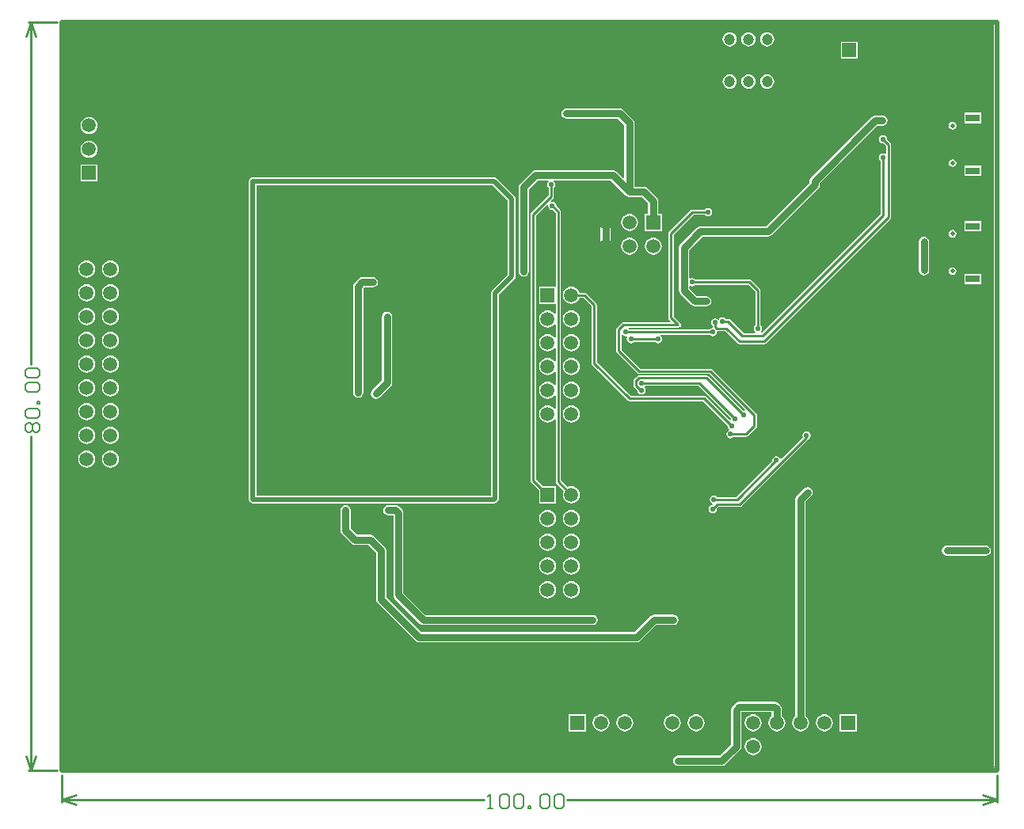
<source format=gbl>
G04*
G04 #@! TF.GenerationSoftware,Altium Limited,Altium Designer,18.1.9 (240)*
G04*
G04 Layer_Physical_Order=2*
G04 Layer_Color=16711680*
%FSLAX24Y24*%
%MOIN*%
G70*
G01*
G75*
%ADD14C,0.0100*%
%ADD17C,0.0200*%
%ADD18C,0.0060*%
%ADD20C,0.0050*%
%ADD40C,0.0591*%
%ADD81C,0.0300*%
%ADD82R,0.0591X0.0591*%
%ADD83R,0.0591X0.0591*%
%ADD84R,0.0591X0.0315*%
%ADD85C,0.0197*%
%ADD86C,0.0472*%
%ADD87C,0.1378*%
%ADD88C,0.0220*%
G36*
X39250Y150D02*
X39254Y146D01*
X39235Y100D01*
X100D01*
Y11300D01*
Y31400D01*
X39250D01*
Y150D01*
D02*
G37*
%LPC*%
G36*
X29692Y31070D02*
X29615Y31060D01*
X29543Y31030D01*
X29481Y30983D01*
X29433Y30921D01*
X29403Y30849D01*
X29393Y30772D01*
X29403Y30694D01*
X29433Y30622D01*
X29481Y30560D01*
X29543Y30513D01*
X29615Y30483D01*
X29692Y30473D01*
X29769Y30483D01*
X29841Y30513D01*
X29903Y30560D01*
X29951Y30622D01*
X29981Y30694D01*
X29991Y30772D01*
X29981Y30849D01*
X29951Y30921D01*
X29903Y30983D01*
X29841Y31030D01*
X29769Y31060D01*
X29692Y31070D01*
D02*
G37*
G36*
X28905D02*
X28827Y31060D01*
X28755Y31030D01*
X28693Y30983D01*
X28646Y30921D01*
X28616Y30849D01*
X28606Y30772D01*
X28616Y30694D01*
X28646Y30622D01*
X28693Y30560D01*
X28755Y30513D01*
X28827Y30483D01*
X28905Y30473D01*
X28982Y30483D01*
X29054Y30513D01*
X29116Y30560D01*
X29163Y30622D01*
X29193Y30694D01*
X29203Y30772D01*
X29193Y30849D01*
X29163Y30921D01*
X29116Y30983D01*
X29054Y31030D01*
X28982Y31060D01*
X28905Y31070D01*
D02*
G37*
G36*
X28117D02*
X28040Y31060D01*
X27968Y31030D01*
X27906Y30983D01*
X27858Y30921D01*
X27829Y30849D01*
X27818Y30772D01*
X27829Y30694D01*
X27858Y30622D01*
X27906Y30560D01*
X27968Y30513D01*
X28040Y30483D01*
X28117Y30473D01*
X28195Y30483D01*
X28267Y30513D01*
X28329Y30560D01*
X28376Y30622D01*
X28406Y30694D01*
X28416Y30772D01*
X28406Y30849D01*
X28376Y30921D01*
X28329Y30983D01*
X28267Y31030D01*
X28195Y31060D01*
X28117Y31070D01*
D02*
G37*
G36*
X33505Y30674D02*
X32795D01*
Y29964D01*
X33505D01*
Y30674D01*
D02*
G37*
G36*
X29692Y29299D02*
X29615Y29289D01*
X29543Y29259D01*
X29481Y29211D01*
X29433Y29149D01*
X29403Y29077D01*
X29393Y29000D01*
X29403Y28923D01*
X29433Y28851D01*
X29481Y28789D01*
X29543Y28741D01*
X29615Y28711D01*
X29692Y28701D01*
X29769Y28711D01*
X29841Y28741D01*
X29903Y28789D01*
X29951Y28851D01*
X29981Y28923D01*
X29991Y29000D01*
X29981Y29077D01*
X29951Y29149D01*
X29903Y29211D01*
X29841Y29259D01*
X29769Y29289D01*
X29692Y29299D01*
D02*
G37*
G36*
X28905D02*
X28827Y29289D01*
X28755Y29259D01*
X28693Y29211D01*
X28646Y29149D01*
X28616Y29077D01*
X28606Y29000D01*
X28616Y28923D01*
X28646Y28851D01*
X28693Y28789D01*
X28755Y28741D01*
X28827Y28711D01*
X28905Y28701D01*
X28982Y28711D01*
X29054Y28741D01*
X29116Y28789D01*
X29163Y28851D01*
X29193Y28923D01*
X29203Y29000D01*
X29193Y29077D01*
X29163Y29149D01*
X29116Y29211D01*
X29054Y29259D01*
X28982Y29289D01*
X28905Y29299D01*
D02*
G37*
G36*
X28117D02*
X28040Y29289D01*
X27968Y29259D01*
X27906Y29211D01*
X27858Y29149D01*
X27829Y29077D01*
X27818Y29000D01*
X27829Y28923D01*
X27858Y28851D01*
X27906Y28789D01*
X27968Y28741D01*
X28040Y28711D01*
X28117Y28701D01*
X28195Y28711D01*
X28267Y28741D01*
X28329Y28789D01*
X28376Y28851D01*
X28406Y28923D01*
X28416Y29000D01*
X28406Y29077D01*
X28376Y29149D01*
X28329Y29211D01*
X28267Y29259D01*
X28195Y29289D01*
X28117Y29299D01*
D02*
G37*
G36*
X38703Y27680D02*
X37993D01*
Y27245D01*
X38703D01*
Y27680D01*
D02*
G37*
G36*
X37501Y27299D02*
X37440Y27287D01*
X37387Y27252D01*
X37352Y27199D01*
X37340Y27137D01*
X37352Y27076D01*
X37387Y27023D01*
X37440Y26988D01*
X37501Y26976D01*
X37563Y26988D01*
X37616Y27023D01*
X37651Y27076D01*
X37663Y27137D01*
X37651Y27199D01*
X37616Y27252D01*
X37563Y27287D01*
X37501Y27299D01*
D02*
G37*
G36*
X1150Y27508D02*
X1057Y27496D01*
X971Y27460D01*
X897Y27403D01*
X840Y27329D01*
X804Y27243D01*
X792Y27150D01*
X804Y27057D01*
X840Y26971D01*
X897Y26897D01*
X971Y26840D01*
X1057Y26804D01*
X1150Y26792D01*
X1243Y26804D01*
X1329Y26840D01*
X1403Y26897D01*
X1460Y26971D01*
X1496Y27057D01*
X1508Y27150D01*
X1496Y27243D01*
X1460Y27329D01*
X1403Y27403D01*
X1329Y27460D01*
X1243Y27496D01*
X1150Y27508D01*
D02*
G37*
G36*
Y26508D02*
X1057Y26496D01*
X971Y26460D01*
X897Y26403D01*
X840Y26329D01*
X804Y26243D01*
X792Y26150D01*
X804Y26057D01*
X840Y25971D01*
X897Y25897D01*
X971Y25840D01*
X1057Y25804D01*
X1150Y25792D01*
X1243Y25804D01*
X1329Y25840D01*
X1403Y25897D01*
X1460Y25971D01*
X1496Y26057D01*
X1508Y26150D01*
X1496Y26243D01*
X1460Y26329D01*
X1403Y26403D01*
X1329Y26460D01*
X1243Y26496D01*
X1150Y26508D01*
D02*
G37*
G36*
X37501Y25724D02*
X37440Y25712D01*
X37387Y25677D01*
X37352Y25624D01*
X37340Y25563D01*
X37352Y25501D01*
X37387Y25448D01*
X37440Y25413D01*
X37501Y25401D01*
X37563Y25413D01*
X37616Y25448D01*
X37651Y25501D01*
X37663Y25563D01*
X37651Y25624D01*
X37616Y25677D01*
X37563Y25712D01*
X37501Y25724D01*
D02*
G37*
G36*
X38703Y25455D02*
X37993D01*
Y25020D01*
X38703D01*
Y25455D01*
D02*
G37*
G36*
X23500Y27864D02*
X21250D01*
X21168Y27848D01*
X21099Y27801D01*
X21052Y27732D01*
X21036Y27650D01*
X21052Y27568D01*
X21099Y27499D01*
X21168Y27452D01*
X21250Y27436D01*
X23411D01*
X23686Y27161D01*
Y24932D01*
X23640Y24913D01*
X23351Y25201D01*
X23282Y25248D01*
X23200Y25264D01*
X19950D01*
X19868Y25248D01*
X19799Y25201D01*
X19299Y24701D01*
X19252Y24632D01*
X19236Y24550D01*
Y21000D01*
X19252Y20918D01*
X19299Y20849D01*
X19368Y20802D01*
X19450Y20786D01*
X19532Y20802D01*
X19601Y20849D01*
X19648Y20918D01*
X19664Y21000D01*
Y24461D01*
X20039Y24836D01*
X20482D01*
X20497Y24786D01*
X20477Y24773D01*
X20440Y24716D01*
X20427Y24650D01*
X20440Y24584D01*
X20477Y24527D01*
X20488Y24520D01*
Y24196D01*
X19771Y23479D01*
X19746Y23443D01*
X19738Y23400D01*
X19738Y23400D01*
X19738Y12200D01*
X19738Y12200D01*
X19746Y12157D01*
X19771Y12121D01*
X20095Y11797D01*
Y11245D01*
X20805D01*
Y11955D01*
X20253D01*
X19962Y12246D01*
X19962Y23354D01*
X20439Y23830D01*
X20485Y23806D01*
X20477Y23764D01*
X20490Y23698D01*
X20527Y23642D01*
X20584Y23604D01*
X20650Y23591D01*
X20662Y23593D01*
X20788Y23468D01*
Y20355D01*
X20095D01*
Y19645D01*
X20788D01*
Y19225D01*
X20738Y19208D01*
X20703Y19253D01*
X20629Y19310D01*
X20543Y19346D01*
X20450Y19358D01*
X20357Y19346D01*
X20271Y19310D01*
X20197Y19253D01*
X20140Y19179D01*
X20104Y19093D01*
X20092Y19000D01*
X20104Y18907D01*
X20140Y18821D01*
X20197Y18747D01*
X20271Y18690D01*
X20357Y18654D01*
X20450Y18642D01*
X20543Y18654D01*
X20629Y18690D01*
X20703Y18747D01*
X20738Y18792D01*
X20788Y18775D01*
Y18225D01*
X20738Y18208D01*
X20703Y18253D01*
X20629Y18310D01*
X20543Y18346D01*
X20450Y18358D01*
X20357Y18346D01*
X20271Y18310D01*
X20197Y18253D01*
X20140Y18179D01*
X20104Y18093D01*
X20092Y18000D01*
X20104Y17907D01*
X20140Y17821D01*
X20197Y17747D01*
X20271Y17690D01*
X20357Y17654D01*
X20450Y17642D01*
X20543Y17654D01*
X20629Y17690D01*
X20703Y17747D01*
X20738Y17792D01*
X20788Y17775D01*
Y17225D01*
X20738Y17208D01*
X20703Y17253D01*
X20629Y17310D01*
X20543Y17346D01*
X20450Y17358D01*
X20357Y17346D01*
X20271Y17310D01*
X20197Y17253D01*
X20140Y17179D01*
X20104Y17093D01*
X20092Y17000D01*
X20104Y16907D01*
X20140Y16821D01*
X20197Y16747D01*
X20271Y16690D01*
X20357Y16654D01*
X20450Y16642D01*
X20543Y16654D01*
X20629Y16690D01*
X20703Y16747D01*
X20738Y16792D01*
X20788Y16775D01*
Y16225D01*
X20738Y16208D01*
X20703Y16253D01*
X20629Y16310D01*
X20543Y16346D01*
X20450Y16358D01*
X20357Y16346D01*
X20271Y16310D01*
X20197Y16253D01*
X20140Y16179D01*
X20104Y16093D01*
X20092Y16000D01*
X20104Y15907D01*
X20140Y15821D01*
X20197Y15747D01*
X20271Y15690D01*
X20357Y15654D01*
X20450Y15642D01*
X20543Y15654D01*
X20629Y15690D01*
X20703Y15747D01*
X20738Y15792D01*
X20788Y15775D01*
Y15225D01*
X20738Y15208D01*
X20703Y15253D01*
X20629Y15310D01*
X20543Y15346D01*
X20450Y15358D01*
X20357Y15346D01*
X20271Y15310D01*
X20197Y15253D01*
X20140Y15179D01*
X20104Y15093D01*
X20092Y15000D01*
X20104Y14907D01*
X20140Y14821D01*
X20197Y14747D01*
X20271Y14690D01*
X20357Y14654D01*
X20450Y14642D01*
X20543Y14654D01*
X20629Y14690D01*
X20703Y14747D01*
X20738Y14792D01*
X20788Y14775D01*
Y12150D01*
X20788Y12150D01*
X20796Y12107D01*
X20821Y12071D01*
X21132Y11760D01*
X21104Y11693D01*
X21092Y11600D01*
X21104Y11507D01*
X21140Y11421D01*
X21197Y11347D01*
X21271Y11290D01*
X21357Y11254D01*
X21450Y11242D01*
X21543Y11254D01*
X21629Y11290D01*
X21703Y11347D01*
X21760Y11421D01*
X21796Y11507D01*
X21808Y11600D01*
X21796Y11693D01*
X21760Y11779D01*
X21703Y11853D01*
X21629Y11910D01*
X21543Y11946D01*
X21450Y11958D01*
X21357Y11946D01*
X21290Y11918D01*
X21012Y12196D01*
Y23514D01*
X21004Y23557D01*
X20979Y23594D01*
X20979Y23594D01*
X20821Y23752D01*
X20823Y23764D01*
X20810Y23831D01*
X20773Y23887D01*
X20716Y23924D01*
X20650Y23938D01*
X20609Y23929D01*
X20584Y23975D01*
X20679Y24071D01*
X20679Y24071D01*
X20704Y24107D01*
X20712Y24150D01*
Y24520D01*
X20723Y24527D01*
X20760Y24584D01*
X20773Y24650D01*
X20760Y24716D01*
X20723Y24773D01*
X20703Y24786D01*
X20718Y24836D01*
X23111D01*
X23749Y24199D01*
X23818Y24152D01*
X23900Y24136D01*
X24428D01*
X24686Y23878D01*
Y23422D01*
X24545D01*
Y22711D01*
X25255D01*
Y23422D01*
X25114D01*
Y23966D01*
X25098Y24048D01*
X25051Y24118D01*
X24668Y24501D01*
X24598Y24548D01*
X24516Y24564D01*
X24114D01*
Y27250D01*
X24098Y27332D01*
X24051Y27401D01*
X23651Y27801D01*
X23582Y27848D01*
X23500Y27864D01*
D02*
G37*
G36*
X1505Y25505D02*
X795D01*
Y24795D01*
X1505D01*
Y25505D01*
D02*
G37*
G36*
X34550Y27564D02*
X34244D01*
X34162Y27548D01*
X34093Y27501D01*
X31549Y24957D01*
X31502Y24888D01*
X31486Y24806D01*
Y24739D01*
X29647Y22900D01*
X26886D01*
X26804Y22884D01*
X26735Y22837D01*
X26049Y22151D01*
X26002Y22082D01*
X25986Y22000D01*
Y20200D01*
X26002Y20118D01*
X26049Y20049D01*
X26502Y19596D01*
X26571Y19549D01*
X26653Y19533D01*
X27130D01*
X27212Y19549D01*
X27281Y19596D01*
X27328Y19665D01*
X27344Y19747D01*
X27328Y19829D01*
X27281Y19898D01*
X27212Y19945D01*
X27130Y19961D01*
X26742D01*
X26414Y20289D01*
Y20376D01*
X26464Y20403D01*
X26484Y20390D01*
X26550Y20377D01*
X26616Y20390D01*
X26673Y20427D01*
X26680Y20438D01*
X28904D01*
X29188Y20154D01*
Y18730D01*
X29177Y18723D01*
X29140Y18666D01*
X29127Y18600D01*
X29140Y18534D01*
X29177Y18477D01*
X29200Y18462D01*
X29185Y18412D01*
X28696D01*
X28129Y18979D01*
X28093Y19004D01*
X28050Y19012D01*
X28050Y19012D01*
X27930D01*
X27923Y19023D01*
X27866Y19060D01*
X27800Y19073D01*
X27734Y19060D01*
X27677Y19023D01*
X27663Y19001D01*
X27625Y18974D01*
X27599Y18988D01*
X27566Y19010D01*
X27500Y19023D01*
X27434Y19010D01*
X27377Y18973D01*
X27340Y18916D01*
X27327Y18850D01*
X27340Y18784D01*
X27377Y18727D01*
X27388Y18720D01*
Y18661D01*
X27388Y18661D01*
X27389Y18657D01*
X27361Y18616D01*
X27334Y18610D01*
X27277Y18573D01*
X27270Y18562D01*
X23888D01*
X23866Y18588D01*
X23885Y18638D01*
X25950D01*
X25950Y18638D01*
X25993Y18646D01*
X26029Y18671D01*
X26054Y18707D01*
X26062Y18750D01*
X26054Y18793D01*
X26029Y18829D01*
X25762Y19096D01*
Y22554D01*
X26596Y23388D01*
X27070D01*
X27077Y23377D01*
X27134Y23340D01*
X27200Y23327D01*
X27266Y23340D01*
X27323Y23377D01*
X27360Y23434D01*
X27373Y23500D01*
X27360Y23566D01*
X27323Y23623D01*
X27266Y23660D01*
X27200Y23673D01*
X27134Y23660D01*
X27077Y23623D01*
X27070Y23612D01*
X26550D01*
X26507Y23604D01*
X26471Y23579D01*
X26471Y23579D01*
X25571Y22679D01*
X25546Y22643D01*
X25538Y22600D01*
X25538Y22600D01*
Y19050D01*
X25538Y19050D01*
X25546Y19007D01*
X25571Y18971D01*
X25633Y18908D01*
X25614Y18862D01*
X23650D01*
X23650Y18862D01*
X23607Y18854D01*
X23571Y18829D01*
X23571Y18829D01*
X23371Y18629D01*
X23346Y18593D01*
X23338Y18550D01*
X23338Y18550D01*
Y17656D01*
X23338Y17656D01*
X23346Y17613D01*
X23371Y17577D01*
X24227Y16721D01*
X24227Y16721D01*
X24263Y16696D01*
X24306Y16688D01*
X24306Y16688D01*
X27254D01*
X28767Y15174D01*
X28766Y15161D01*
X28712Y15121D01*
X28700Y15123D01*
X28688Y15121D01*
X27209Y16599D01*
X27173Y16624D01*
X27130Y16632D01*
X27130Y16632D01*
X24303D01*
X24260Y16624D01*
X24223Y16599D01*
X24223Y16599D01*
X24156Y16532D01*
X24131Y16527D01*
X24094Y16503D01*
X24070Y16467D01*
X24062Y16424D01*
Y16209D01*
X24062Y16209D01*
X24070Y16166D01*
X24094Y16130D01*
X24227Y15997D01*
X24240Y15934D01*
X24277Y15877D01*
X24334Y15840D01*
X24400Y15827D01*
X24466Y15840D01*
X24523Y15877D01*
X24560Y15934D01*
X24573Y16000D01*
X24560Y16066D01*
X24523Y16122D01*
X24516Y16134D01*
Y16141D01*
X24561Y16188D01*
X26804D01*
X28179Y14812D01*
X28177Y14800D01*
X28179Y14788D01*
X28139Y14734D01*
X28126Y14733D01*
X27129Y15729D01*
X27093Y15754D01*
X27050Y15762D01*
X27050Y15762D01*
X23946D01*
X22522Y17186D01*
Y19590D01*
X22522Y19590D01*
X22514Y19633D01*
X22489Y19669D01*
X22489Y19669D01*
X22079Y20079D01*
X22043Y20104D01*
X22000Y20112D01*
X22000Y20112D01*
X21788D01*
X21760Y20179D01*
X21703Y20253D01*
X21629Y20310D01*
X21543Y20346D01*
X21450Y20358D01*
X21357Y20346D01*
X21271Y20310D01*
X21197Y20253D01*
X21140Y20179D01*
X21104Y20093D01*
X21092Y20000D01*
X21104Y19907D01*
X21140Y19821D01*
X21197Y19747D01*
X21271Y19690D01*
X21357Y19654D01*
X21450Y19642D01*
X21543Y19654D01*
X21629Y19690D01*
X21703Y19747D01*
X21760Y19821D01*
X21788Y19888D01*
X21954D01*
X22298Y19544D01*
Y17140D01*
X22298Y17140D01*
X22306Y17097D01*
X22331Y17061D01*
X23821Y15571D01*
X23821Y15571D01*
X23857Y15546D01*
X23900Y15538D01*
X27004D01*
X28029Y14512D01*
X28027Y14500D01*
X28040Y14434D01*
X28077Y14377D01*
X28098Y14364D01*
X28087Y14311D01*
X28084Y14310D01*
X28027Y14273D01*
X27990Y14216D01*
X27977Y14150D01*
X27990Y14084D01*
X28027Y14027D01*
X28084Y13990D01*
X28150Y13977D01*
X28216Y13990D01*
X28273Y14027D01*
X28280Y14038D01*
X28800D01*
X28800Y14038D01*
X28843Y14046D01*
X28879Y14071D01*
X29229Y14421D01*
X29229Y14421D01*
X29254Y14457D01*
X29262Y14500D01*
X29262Y14500D01*
Y14950D01*
X29262Y14950D01*
X29254Y14993D01*
X29229Y15029D01*
X29229Y15029D01*
X27379Y16879D01*
X27343Y16904D01*
X27300Y16912D01*
X27300Y16912D01*
X24353D01*
X23562Y17703D01*
Y18335D01*
X23612Y18350D01*
X23627Y18327D01*
X23684Y18290D01*
X23750Y18277D01*
X23784Y18284D01*
X23814Y18239D01*
X23800Y18216D01*
X23786Y18150D01*
X23800Y18084D01*
X23837Y18027D01*
X23893Y17990D01*
X23960Y17977D01*
X24026Y17990D01*
X24082Y18027D01*
X24089Y18038D01*
X24970D01*
X24977Y18027D01*
X25034Y17990D01*
X25100Y17977D01*
X25166Y17990D01*
X25223Y18027D01*
X25260Y18084D01*
X25273Y18150D01*
X25260Y18216D01*
X25223Y18273D01*
X25200Y18288D01*
X25215Y18338D01*
X27270D01*
X27277Y18327D01*
X27334Y18290D01*
X27400Y18277D01*
X27466Y18290D01*
X27523Y18327D01*
X27560Y18384D01*
X27573Y18450D01*
X27604Y18488D01*
X27925D01*
X28442Y17971D01*
X28442Y17971D01*
X28478Y17946D01*
X28521Y17938D01*
X29560D01*
X29560Y17938D01*
X29603Y17946D01*
X29639Y17971D01*
X34879Y23211D01*
X34904Y23247D01*
X34912Y23290D01*
X34912Y23290D01*
Y26344D01*
X34912Y26344D01*
X34904Y26387D01*
X34879Y26423D01*
X34879Y26423D01*
X34743Y26560D01*
X34745Y26572D01*
X34732Y26638D01*
X34694Y26694D01*
X34638Y26732D01*
X34572Y26745D01*
X34506Y26732D01*
X34449Y26694D01*
X34412Y26638D01*
X34399Y26572D01*
X34412Y26506D01*
X34449Y26449D01*
X34506Y26412D01*
X34572Y26399D01*
X34584Y26401D01*
X34688Y26297D01*
Y25977D01*
X34644Y25953D01*
X34638Y25957D01*
X34572Y25970D01*
X34506Y25957D01*
X34449Y25919D01*
X34412Y25863D01*
X34399Y25797D01*
X34412Y25731D01*
X34449Y25674D01*
X34460Y25667D01*
Y23418D01*
X29462Y18421D01*
X29434Y18425D01*
X29422Y18477D01*
X29423Y18477D01*
X29460Y18534D01*
X29473Y18600D01*
X29460Y18666D01*
X29423Y18723D01*
X29412Y18730D01*
Y20200D01*
X29412Y20200D01*
X29404Y20243D01*
X29379Y20279D01*
X29379Y20279D01*
X29029Y20629D01*
X28993Y20654D01*
X28950Y20662D01*
X28950Y20662D01*
X26680D01*
X26673Y20673D01*
X26616Y20710D01*
X26550Y20723D01*
X26484Y20710D01*
X26464Y20697D01*
X26414Y20724D01*
Y21911D01*
X26975Y22472D01*
X29736D01*
X29818Y22488D01*
X29887Y22535D01*
X31851Y24499D01*
X31898Y24568D01*
X31914Y24650D01*
Y24717D01*
X34333Y27136D01*
X34550D01*
X34632Y27152D01*
X34701Y27199D01*
X34748Y27268D01*
X34764Y27350D01*
X34748Y27432D01*
X34701Y27501D01*
X34632Y27548D01*
X34550Y27564D01*
D02*
G37*
G36*
X23900Y23425D02*
X23807Y23413D01*
X23721Y23377D01*
X23647Y23320D01*
X23590Y23246D01*
X23554Y23160D01*
X23542Y23067D01*
X23554Y22974D01*
X23590Y22888D01*
X23647Y22813D01*
X23721Y22756D01*
X23807Y22721D01*
X23900Y22708D01*
X23993Y22721D01*
X24079Y22756D01*
X24153Y22813D01*
X24210Y22888D01*
X24246Y22974D01*
X24258Y23067D01*
X24246Y23160D01*
X24210Y23246D01*
X24153Y23320D01*
X24079Y23377D01*
X23993Y23413D01*
X23900Y23425D01*
D02*
G37*
G36*
X38703Y23130D02*
X37993D01*
Y22695D01*
X38703D01*
Y23130D01*
D02*
G37*
G36*
X37501Y22749D02*
X37440Y22737D01*
X37387Y22702D01*
X37352Y22649D01*
X37340Y22587D01*
X37352Y22526D01*
X37387Y22473D01*
X37440Y22438D01*
X37501Y22426D01*
X37563Y22438D01*
X37616Y22473D01*
X37651Y22526D01*
X37663Y22587D01*
X37651Y22649D01*
X37616Y22702D01*
X37563Y22737D01*
X37501Y22749D01*
D02*
G37*
G36*
X22900Y23281D02*
X22818Y23265D01*
X22749Y23218D01*
X22702Y23149D01*
X22686Y23067D01*
Y22067D01*
X22702Y21985D01*
X22749Y21915D01*
X22818Y21869D01*
X22900Y21853D01*
X22982Y21869D01*
X23051Y21915D01*
X23098Y21985D01*
X23114Y22067D01*
Y23067D01*
X23098Y23149D01*
X23051Y23218D01*
X22982Y23265D01*
X22900Y23281D01*
D02*
G37*
G36*
X24900Y22425D02*
X24807Y22413D01*
X24721Y22377D01*
X24647Y22320D01*
X24590Y22246D01*
X24554Y22160D01*
X24542Y22067D01*
X24554Y21974D01*
X24590Y21888D01*
X24647Y21813D01*
X24721Y21756D01*
X24807Y21721D01*
X24900Y21708D01*
X24993Y21721D01*
X25079Y21756D01*
X25153Y21813D01*
X25210Y21888D01*
X25246Y21974D01*
X25258Y22067D01*
X25246Y22160D01*
X25210Y22246D01*
X25153Y22320D01*
X25079Y22377D01*
X24993Y22413D01*
X24900Y22425D01*
D02*
G37*
G36*
X23900D02*
X23807Y22413D01*
X23721Y22377D01*
X23647Y22320D01*
X23590Y22246D01*
X23554Y22160D01*
X23542Y22067D01*
X23554Y21974D01*
X23590Y21888D01*
X23647Y21813D01*
X23721Y21756D01*
X23807Y21721D01*
X23900Y21708D01*
X23993Y21721D01*
X24079Y21756D01*
X24153Y21813D01*
X24210Y21888D01*
X24246Y21974D01*
X24258Y22067D01*
X24246Y22160D01*
X24210Y22246D01*
X24153Y22320D01*
X24079Y22377D01*
X23993Y22413D01*
X23900Y22425D01*
D02*
G37*
G36*
X37501Y21174D02*
X37440Y21162D01*
X37387Y21127D01*
X37352Y21074D01*
X37340Y21013D01*
X37352Y20951D01*
X37387Y20898D01*
X37440Y20863D01*
X37501Y20851D01*
X37563Y20863D01*
X37616Y20898D01*
X37651Y20951D01*
X37663Y21013D01*
X37651Y21074D01*
X37616Y21127D01*
X37563Y21162D01*
X37501Y21174D01*
D02*
G37*
G36*
X36300Y22464D02*
X36218Y22448D01*
X36149Y22401D01*
X36102Y22332D01*
X36086Y22250D01*
Y21050D01*
X36102Y20968D01*
X36149Y20899D01*
X36218Y20852D01*
X36300Y20836D01*
X36382Y20852D01*
X36451Y20899D01*
X36498Y20968D01*
X36514Y21050D01*
Y22250D01*
X36498Y22332D01*
X36451Y22401D01*
X36382Y22448D01*
X36300Y22464D01*
D02*
G37*
G36*
X2050Y21458D02*
X1957Y21446D01*
X1871Y21410D01*
X1797Y21353D01*
X1740Y21279D01*
X1704Y21193D01*
X1692Y21100D01*
X1704Y21007D01*
X1740Y20921D01*
X1797Y20847D01*
X1871Y20790D01*
X1957Y20754D01*
X2050Y20742D01*
X2143Y20754D01*
X2229Y20790D01*
X2303Y20847D01*
X2360Y20921D01*
X2396Y21007D01*
X2408Y21100D01*
X2396Y21193D01*
X2360Y21279D01*
X2303Y21353D01*
X2229Y21410D01*
X2143Y21446D01*
X2050Y21458D01*
D02*
G37*
G36*
X1050D02*
X957Y21446D01*
X871Y21410D01*
X797Y21353D01*
X740Y21279D01*
X704Y21193D01*
X692Y21100D01*
X704Y21007D01*
X740Y20921D01*
X797Y20847D01*
X871Y20790D01*
X957Y20754D01*
X1050Y20742D01*
X1143Y20754D01*
X1229Y20790D01*
X1303Y20847D01*
X1360Y20921D01*
X1396Y21007D01*
X1408Y21100D01*
X1396Y21193D01*
X1360Y21279D01*
X1303Y21353D01*
X1229Y21410D01*
X1143Y21446D01*
X1050Y21458D01*
D02*
G37*
G36*
X38703Y20905D02*
X37993D01*
Y20470D01*
X38703D01*
Y20905D01*
D02*
G37*
G36*
X2050Y20458D02*
X1957Y20446D01*
X1871Y20410D01*
X1797Y20353D01*
X1740Y20279D01*
X1704Y20193D01*
X1692Y20100D01*
X1704Y20007D01*
X1740Y19921D01*
X1797Y19847D01*
X1871Y19790D01*
X1957Y19754D01*
X2050Y19742D01*
X2143Y19754D01*
X2229Y19790D01*
X2303Y19847D01*
X2360Y19921D01*
X2396Y20007D01*
X2408Y20100D01*
X2396Y20193D01*
X2360Y20279D01*
X2303Y20353D01*
X2229Y20410D01*
X2143Y20446D01*
X2050Y20458D01*
D02*
G37*
G36*
X1050D02*
X957Y20446D01*
X871Y20410D01*
X797Y20353D01*
X740Y20279D01*
X704Y20193D01*
X692Y20100D01*
X704Y20007D01*
X740Y19921D01*
X797Y19847D01*
X871Y19790D01*
X957Y19754D01*
X1050Y19742D01*
X1143Y19754D01*
X1229Y19790D01*
X1303Y19847D01*
X1360Y19921D01*
X1396Y20007D01*
X1408Y20100D01*
X1396Y20193D01*
X1360Y20279D01*
X1303Y20353D01*
X1229Y20410D01*
X1143Y20446D01*
X1050Y20458D01*
D02*
G37*
G36*
X2050Y19458D02*
X1957Y19446D01*
X1871Y19410D01*
X1797Y19353D01*
X1740Y19279D01*
X1704Y19193D01*
X1692Y19100D01*
X1704Y19007D01*
X1740Y18921D01*
X1797Y18847D01*
X1871Y18790D01*
X1957Y18754D01*
X2050Y18742D01*
X2143Y18754D01*
X2229Y18790D01*
X2303Y18847D01*
X2360Y18921D01*
X2396Y19007D01*
X2408Y19100D01*
X2396Y19193D01*
X2360Y19279D01*
X2303Y19353D01*
X2229Y19410D01*
X2143Y19446D01*
X2050Y19458D01*
D02*
G37*
G36*
X1050D02*
X957Y19446D01*
X871Y19410D01*
X797Y19353D01*
X740Y19279D01*
X704Y19193D01*
X692Y19100D01*
X704Y19007D01*
X740Y18921D01*
X797Y18847D01*
X871Y18790D01*
X957Y18754D01*
X1050Y18742D01*
X1143Y18754D01*
X1229Y18790D01*
X1303Y18847D01*
X1360Y18921D01*
X1396Y19007D01*
X1408Y19100D01*
X1396Y19193D01*
X1360Y19279D01*
X1303Y19353D01*
X1229Y19410D01*
X1143Y19446D01*
X1050Y19458D01*
D02*
G37*
G36*
X21450Y19358D02*
X21357Y19346D01*
X21271Y19310D01*
X21197Y19253D01*
X21140Y19179D01*
X21104Y19093D01*
X21092Y19000D01*
X21104Y18907D01*
X21140Y18821D01*
X21197Y18747D01*
X21271Y18690D01*
X21357Y18654D01*
X21450Y18642D01*
X21543Y18654D01*
X21629Y18690D01*
X21703Y18747D01*
X21760Y18821D01*
X21796Y18907D01*
X21808Y19000D01*
X21796Y19093D01*
X21760Y19179D01*
X21703Y19253D01*
X21629Y19310D01*
X21543Y19346D01*
X21450Y19358D01*
D02*
G37*
G36*
X2050Y18458D02*
X1957Y18446D01*
X1871Y18410D01*
X1797Y18353D01*
X1740Y18279D01*
X1704Y18193D01*
X1692Y18100D01*
X1704Y18007D01*
X1740Y17921D01*
X1797Y17847D01*
X1871Y17790D01*
X1957Y17754D01*
X2050Y17742D01*
X2143Y17754D01*
X2229Y17790D01*
X2303Y17847D01*
X2360Y17921D01*
X2396Y18007D01*
X2408Y18100D01*
X2396Y18193D01*
X2360Y18279D01*
X2303Y18353D01*
X2229Y18410D01*
X2143Y18446D01*
X2050Y18458D01*
D02*
G37*
G36*
X1050D02*
X957Y18446D01*
X871Y18410D01*
X797Y18353D01*
X740Y18279D01*
X704Y18193D01*
X692Y18100D01*
X704Y18007D01*
X740Y17921D01*
X797Y17847D01*
X871Y17790D01*
X957Y17754D01*
X1050Y17742D01*
X1143Y17754D01*
X1229Y17790D01*
X1303Y17847D01*
X1360Y17921D01*
X1396Y18007D01*
X1408Y18100D01*
X1396Y18193D01*
X1360Y18279D01*
X1303Y18353D01*
X1229Y18410D01*
X1143Y18446D01*
X1050Y18458D01*
D02*
G37*
G36*
X21450Y18358D02*
X21357Y18346D01*
X21271Y18310D01*
X21197Y18253D01*
X21140Y18179D01*
X21104Y18093D01*
X21092Y18000D01*
X21104Y17907D01*
X21140Y17821D01*
X21197Y17747D01*
X21271Y17690D01*
X21357Y17654D01*
X21450Y17642D01*
X21543Y17654D01*
X21629Y17690D01*
X21703Y17747D01*
X21760Y17821D01*
X21796Y17907D01*
X21808Y18000D01*
X21796Y18093D01*
X21760Y18179D01*
X21703Y18253D01*
X21629Y18310D01*
X21543Y18346D01*
X21450Y18358D01*
D02*
G37*
G36*
X2050Y17458D02*
X1957Y17446D01*
X1871Y17410D01*
X1797Y17353D01*
X1740Y17279D01*
X1704Y17193D01*
X1692Y17100D01*
X1704Y17007D01*
X1740Y16921D01*
X1797Y16847D01*
X1871Y16790D01*
X1957Y16754D01*
X2050Y16742D01*
X2143Y16754D01*
X2229Y16790D01*
X2303Y16847D01*
X2360Y16921D01*
X2396Y17007D01*
X2408Y17100D01*
X2396Y17193D01*
X2360Y17279D01*
X2303Y17353D01*
X2229Y17410D01*
X2143Y17446D01*
X2050Y17458D01*
D02*
G37*
G36*
X1050D02*
X957Y17446D01*
X871Y17410D01*
X797Y17353D01*
X740Y17279D01*
X704Y17193D01*
X692Y17100D01*
X704Y17007D01*
X740Y16921D01*
X797Y16847D01*
X871Y16790D01*
X957Y16754D01*
X1050Y16742D01*
X1143Y16754D01*
X1229Y16790D01*
X1303Y16847D01*
X1360Y16921D01*
X1396Y17007D01*
X1408Y17100D01*
X1396Y17193D01*
X1360Y17279D01*
X1303Y17353D01*
X1229Y17410D01*
X1143Y17446D01*
X1050Y17458D01*
D02*
G37*
G36*
X21450Y17358D02*
X21357Y17346D01*
X21271Y17310D01*
X21197Y17253D01*
X21140Y17179D01*
X21104Y17093D01*
X21092Y17000D01*
X21104Y16907D01*
X21140Y16821D01*
X21197Y16747D01*
X21271Y16690D01*
X21357Y16654D01*
X21450Y16642D01*
X21543Y16654D01*
X21629Y16690D01*
X21703Y16747D01*
X21760Y16821D01*
X21796Y16907D01*
X21808Y17000D01*
X21796Y17093D01*
X21760Y17179D01*
X21703Y17253D01*
X21629Y17310D01*
X21543Y17346D01*
X21450Y17358D01*
D02*
G37*
G36*
X2050Y16458D02*
X1957Y16446D01*
X1871Y16410D01*
X1797Y16353D01*
X1740Y16279D01*
X1704Y16193D01*
X1692Y16100D01*
X1704Y16007D01*
X1740Y15921D01*
X1797Y15847D01*
X1871Y15790D01*
X1957Y15754D01*
X2050Y15742D01*
X2143Y15754D01*
X2229Y15790D01*
X2303Y15847D01*
X2360Y15921D01*
X2396Y16007D01*
X2408Y16100D01*
X2396Y16193D01*
X2360Y16279D01*
X2303Y16353D01*
X2229Y16410D01*
X2143Y16446D01*
X2050Y16458D01*
D02*
G37*
G36*
X1050D02*
X957Y16446D01*
X871Y16410D01*
X797Y16353D01*
X740Y16279D01*
X704Y16193D01*
X692Y16100D01*
X704Y16007D01*
X740Y15921D01*
X797Y15847D01*
X871Y15790D01*
X957Y15754D01*
X1050Y15742D01*
X1143Y15754D01*
X1229Y15790D01*
X1303Y15847D01*
X1360Y15921D01*
X1396Y16007D01*
X1408Y16100D01*
X1396Y16193D01*
X1360Y16279D01*
X1303Y16353D01*
X1229Y16410D01*
X1143Y16446D01*
X1050Y16458D01*
D02*
G37*
G36*
X21450Y16358D02*
X21357Y16346D01*
X21271Y16310D01*
X21197Y16253D01*
X21140Y16179D01*
X21104Y16093D01*
X21092Y16000D01*
X21104Y15907D01*
X21140Y15821D01*
X21197Y15747D01*
X21271Y15690D01*
X21357Y15654D01*
X21450Y15642D01*
X21543Y15654D01*
X21629Y15690D01*
X21703Y15747D01*
X21760Y15821D01*
X21796Y15907D01*
X21808Y16000D01*
X21796Y16093D01*
X21760Y16179D01*
X21703Y16253D01*
X21629Y16310D01*
X21543Y16346D01*
X21450Y16358D01*
D02*
G37*
G36*
X2050Y15458D02*
X1957Y15446D01*
X1871Y15410D01*
X1797Y15353D01*
X1740Y15279D01*
X1704Y15193D01*
X1692Y15100D01*
X1704Y15007D01*
X1740Y14921D01*
X1797Y14847D01*
X1871Y14790D01*
X1957Y14754D01*
X2050Y14742D01*
X2143Y14754D01*
X2229Y14790D01*
X2303Y14847D01*
X2360Y14921D01*
X2396Y15007D01*
X2408Y15100D01*
X2396Y15193D01*
X2360Y15279D01*
X2303Y15353D01*
X2229Y15410D01*
X2143Y15446D01*
X2050Y15458D01*
D02*
G37*
G36*
X1050D02*
X957Y15446D01*
X871Y15410D01*
X797Y15353D01*
X740Y15279D01*
X704Y15193D01*
X692Y15100D01*
X704Y15007D01*
X740Y14921D01*
X797Y14847D01*
X871Y14790D01*
X957Y14754D01*
X1050Y14742D01*
X1143Y14754D01*
X1229Y14790D01*
X1303Y14847D01*
X1360Y14921D01*
X1396Y15007D01*
X1408Y15100D01*
X1396Y15193D01*
X1360Y15279D01*
X1303Y15353D01*
X1229Y15410D01*
X1143Y15446D01*
X1050Y15458D01*
D02*
G37*
G36*
X21450Y15358D02*
X21357Y15346D01*
X21271Y15310D01*
X21197Y15253D01*
X21140Y15179D01*
X21104Y15093D01*
X21092Y15000D01*
X21104Y14907D01*
X21140Y14821D01*
X21197Y14747D01*
X21271Y14690D01*
X21357Y14654D01*
X21450Y14642D01*
X21543Y14654D01*
X21629Y14690D01*
X21703Y14747D01*
X21760Y14821D01*
X21796Y14907D01*
X21808Y15000D01*
X21796Y15093D01*
X21760Y15179D01*
X21703Y15253D01*
X21629Y15310D01*
X21543Y15346D01*
X21450Y15358D01*
D02*
G37*
G36*
X2050Y14458D02*
X1957Y14446D01*
X1871Y14410D01*
X1797Y14353D01*
X1740Y14279D01*
X1704Y14193D01*
X1692Y14100D01*
X1704Y14007D01*
X1740Y13921D01*
X1797Y13847D01*
X1871Y13790D01*
X1957Y13754D01*
X2050Y13742D01*
X2143Y13754D01*
X2229Y13790D01*
X2303Y13847D01*
X2360Y13921D01*
X2396Y14007D01*
X2408Y14100D01*
X2396Y14193D01*
X2360Y14279D01*
X2303Y14353D01*
X2229Y14410D01*
X2143Y14446D01*
X2050Y14458D01*
D02*
G37*
G36*
X1050D02*
X957Y14446D01*
X871Y14410D01*
X797Y14353D01*
X740Y14279D01*
X704Y14193D01*
X692Y14100D01*
X704Y14007D01*
X740Y13921D01*
X797Y13847D01*
X871Y13790D01*
X957Y13754D01*
X1050Y13742D01*
X1143Y13754D01*
X1229Y13790D01*
X1303Y13847D01*
X1360Y13921D01*
X1396Y14007D01*
X1408Y14100D01*
X1396Y14193D01*
X1360Y14279D01*
X1303Y14353D01*
X1229Y14410D01*
X1143Y14446D01*
X1050Y14458D01*
D02*
G37*
G36*
X31350Y14273D02*
X31284Y14260D01*
X31227Y14223D01*
X31190Y14166D01*
X31177Y14100D01*
X31190Y14034D01*
X31203Y14014D01*
X30295Y13107D01*
X30241Y13124D01*
X30208Y13173D01*
X30152Y13210D01*
X30086Y13223D01*
X30019Y13210D01*
X29963Y13173D01*
X29926Y13116D01*
X29912Y13050D01*
X29915Y13038D01*
X28389Y11512D01*
X27580D01*
X27573Y11523D01*
X27516Y11560D01*
X27450Y11573D01*
X27384Y11560D01*
X27327Y11523D01*
X27290Y11466D01*
X27277Y11400D01*
X27290Y11334D01*
X27327Y11277D01*
X27373Y11247D01*
X27387Y11204D01*
X27389Y11188D01*
X27374Y11168D01*
X27334Y11160D01*
X27277Y11123D01*
X27240Y11066D01*
X27227Y11000D01*
X27240Y10934D01*
X27277Y10877D01*
X27334Y10840D01*
X27400Y10827D01*
X27466Y10840D01*
X27523Y10877D01*
X27560Y10934D01*
X27573Y11000D01*
X27571Y11012D01*
X27646Y11088D01*
X28547D01*
X28547Y11088D01*
X28590Y11096D01*
X28626Y11121D01*
X30385Y12880D01*
X30385Y12880D01*
X30385Y12880D01*
X31429Y13924D01*
X31429Y13924D01*
X31454Y13960D01*
X31455Y13965D01*
X31473Y13977D01*
X31510Y14034D01*
X31523Y14100D01*
X31510Y14166D01*
X31473Y14223D01*
X31416Y14260D01*
X31350Y14273D01*
D02*
G37*
G36*
X2050Y13458D02*
X1957Y13446D01*
X1871Y13410D01*
X1797Y13353D01*
X1740Y13279D01*
X1704Y13193D01*
X1692Y13100D01*
X1704Y13007D01*
X1740Y12921D01*
X1797Y12847D01*
X1871Y12790D01*
X1957Y12754D01*
X2050Y12742D01*
X2143Y12754D01*
X2229Y12790D01*
X2303Y12847D01*
X2360Y12921D01*
X2396Y13007D01*
X2408Y13100D01*
X2396Y13193D01*
X2360Y13279D01*
X2303Y13353D01*
X2229Y13410D01*
X2143Y13446D01*
X2050Y13458D01*
D02*
G37*
G36*
X1050D02*
X957Y13446D01*
X871Y13410D01*
X797Y13353D01*
X740Y13279D01*
X704Y13193D01*
X692Y13100D01*
X704Y13007D01*
X740Y12921D01*
X797Y12847D01*
X871Y12790D01*
X957Y12754D01*
X1050Y12742D01*
X1143Y12754D01*
X1229Y12790D01*
X1303Y12847D01*
X1360Y12921D01*
X1396Y13007D01*
X1408Y13100D01*
X1396Y13193D01*
X1360Y13279D01*
X1303Y13353D01*
X1229Y13410D01*
X1143Y13446D01*
X1050Y13458D01*
D02*
G37*
G36*
X18200Y24963D02*
X8050D01*
X7988Y24951D01*
X7935Y24915D01*
X7899Y24862D01*
X7887Y24800D01*
Y11400D01*
X7899Y11338D01*
X7935Y11285D01*
X7988Y11249D01*
X8050Y11237D01*
X18200D01*
X18262Y11249D01*
X18315Y11285D01*
X18365Y11335D01*
X18401Y11388D01*
X18413Y11450D01*
Y20032D01*
X19065Y20685D01*
X19101Y20738D01*
X19113Y20800D01*
Y24050D01*
X19101Y24112D01*
X19065Y24165D01*
X18315Y24915D01*
X18262Y24951D01*
X18200Y24963D01*
D02*
G37*
G36*
X21450Y10958D02*
X21357Y10946D01*
X21271Y10910D01*
X21197Y10853D01*
X21140Y10779D01*
X21104Y10693D01*
X21092Y10600D01*
X21104Y10507D01*
X21140Y10421D01*
X21197Y10347D01*
X21271Y10290D01*
X21357Y10254D01*
X21450Y10242D01*
X21543Y10254D01*
X21629Y10290D01*
X21703Y10347D01*
X21760Y10421D01*
X21796Y10507D01*
X21808Y10600D01*
X21796Y10693D01*
X21760Y10779D01*
X21703Y10853D01*
X21629Y10910D01*
X21543Y10946D01*
X21450Y10958D01*
D02*
G37*
G36*
X20450D02*
X20357Y10946D01*
X20271Y10910D01*
X20197Y10853D01*
X20140Y10779D01*
X20104Y10693D01*
X20092Y10600D01*
X20104Y10507D01*
X20140Y10421D01*
X20197Y10347D01*
X20271Y10290D01*
X20357Y10254D01*
X20450Y10242D01*
X20543Y10254D01*
X20629Y10290D01*
X20703Y10347D01*
X20760Y10421D01*
X20796Y10507D01*
X20808Y10600D01*
X20796Y10693D01*
X20760Y10779D01*
X20703Y10853D01*
X20629Y10910D01*
X20543Y10946D01*
X20450Y10958D01*
D02*
G37*
G36*
X21450Y9958D02*
X21357Y9946D01*
X21271Y9910D01*
X21197Y9853D01*
X21140Y9779D01*
X21104Y9693D01*
X21092Y9600D01*
X21104Y9507D01*
X21140Y9421D01*
X21197Y9347D01*
X21271Y9290D01*
X21357Y9254D01*
X21450Y9242D01*
X21543Y9254D01*
X21629Y9290D01*
X21703Y9347D01*
X21760Y9421D01*
X21796Y9507D01*
X21808Y9600D01*
X21796Y9693D01*
X21760Y9779D01*
X21703Y9853D01*
X21629Y9910D01*
X21543Y9946D01*
X21450Y9958D01*
D02*
G37*
G36*
X20450D02*
X20357Y9946D01*
X20271Y9910D01*
X20197Y9853D01*
X20140Y9779D01*
X20104Y9693D01*
X20092Y9600D01*
X20104Y9507D01*
X20140Y9421D01*
X20197Y9347D01*
X20271Y9290D01*
X20357Y9254D01*
X20450Y9242D01*
X20543Y9254D01*
X20629Y9290D01*
X20703Y9347D01*
X20760Y9421D01*
X20796Y9507D01*
X20808Y9600D01*
X20796Y9693D01*
X20760Y9779D01*
X20703Y9853D01*
X20629Y9910D01*
X20543Y9946D01*
X20450Y9958D01*
D02*
G37*
G36*
X38900Y9464D02*
X37255D01*
X37173Y9448D01*
X37103Y9401D01*
X37057Y9332D01*
X37041Y9250D01*
X37057Y9168D01*
X37103Y9099D01*
X37173Y9052D01*
X37255Y9036D01*
X38900D01*
X38982Y9052D01*
X39051Y9099D01*
X39098Y9168D01*
X39114Y9250D01*
X39098Y9332D01*
X39051Y9401D01*
X38982Y9448D01*
X38900Y9464D01*
D02*
G37*
G36*
X21450Y8958D02*
X21357Y8946D01*
X21271Y8910D01*
X21197Y8853D01*
X21140Y8779D01*
X21104Y8693D01*
X21092Y8600D01*
X21104Y8507D01*
X21140Y8421D01*
X21197Y8347D01*
X21271Y8290D01*
X21357Y8254D01*
X21450Y8242D01*
X21543Y8254D01*
X21629Y8290D01*
X21703Y8347D01*
X21760Y8421D01*
X21796Y8507D01*
X21808Y8600D01*
X21796Y8693D01*
X21760Y8779D01*
X21703Y8853D01*
X21629Y8910D01*
X21543Y8946D01*
X21450Y8958D01*
D02*
G37*
G36*
X20450D02*
X20357Y8946D01*
X20271Y8910D01*
X20197Y8853D01*
X20140Y8779D01*
X20104Y8693D01*
X20092Y8600D01*
X20104Y8507D01*
X20140Y8421D01*
X20197Y8347D01*
X20271Y8290D01*
X20357Y8254D01*
X20450Y8242D01*
X20543Y8254D01*
X20629Y8290D01*
X20703Y8347D01*
X20760Y8421D01*
X20796Y8507D01*
X20808Y8600D01*
X20796Y8693D01*
X20760Y8779D01*
X20703Y8853D01*
X20629Y8910D01*
X20543Y8946D01*
X20450Y8958D01*
D02*
G37*
G36*
X21450Y7958D02*
X21357Y7946D01*
X21271Y7910D01*
X21197Y7853D01*
X21140Y7779D01*
X21104Y7693D01*
X21092Y7600D01*
X21104Y7507D01*
X21140Y7421D01*
X21197Y7347D01*
X21271Y7290D01*
X21357Y7254D01*
X21450Y7242D01*
X21543Y7254D01*
X21629Y7290D01*
X21703Y7347D01*
X21760Y7421D01*
X21796Y7507D01*
X21808Y7600D01*
X21796Y7693D01*
X21760Y7779D01*
X21703Y7853D01*
X21629Y7910D01*
X21543Y7946D01*
X21450Y7958D01*
D02*
G37*
G36*
X20450D02*
X20357Y7946D01*
X20271Y7910D01*
X20197Y7853D01*
X20140Y7779D01*
X20104Y7693D01*
X20092Y7600D01*
X20104Y7507D01*
X20140Y7421D01*
X20197Y7347D01*
X20271Y7290D01*
X20357Y7254D01*
X20450Y7242D01*
X20543Y7254D01*
X20629Y7290D01*
X20703Y7347D01*
X20760Y7421D01*
X20796Y7507D01*
X20808Y7600D01*
X20796Y7693D01*
X20760Y7779D01*
X20703Y7853D01*
X20629Y7910D01*
X20543Y7946D01*
X20450Y7958D01*
D02*
G37*
G36*
X14047Y11167D02*
X13747D01*
X13665Y11151D01*
X13595Y11105D01*
X13549Y11035D01*
X13533Y10953D01*
X13549Y10871D01*
X13595Y10802D01*
X13665Y10755D01*
X13747Y10739D01*
X13958D01*
Y7385D01*
X13974Y7303D01*
X14020Y7234D01*
X15077Y6177D01*
X15147Y6131D01*
X15228Y6114D01*
X22341D01*
X22423Y6131D01*
X22492Y6177D01*
X22539Y6247D01*
X22555Y6328D01*
X22539Y6410D01*
X22492Y6480D01*
X22423Y6526D01*
X22341Y6543D01*
X15317D01*
X14386Y7474D01*
Y10828D01*
X14370Y10910D01*
X14323Y10980D01*
X14198Y11105D01*
X14129Y11151D01*
X14047Y11167D01*
D02*
G37*
G36*
X11950Y11164D02*
X11868Y11148D01*
X11799Y11101D01*
X11752Y11032D01*
X11736Y10950D01*
Y10100D01*
X11752Y10018D01*
X11799Y9949D01*
X12199Y9549D01*
X12268Y9502D01*
X12350Y9486D01*
X12911D01*
X13236Y9161D01*
Y7200D01*
X13252Y7118D01*
X13299Y7049D01*
X14899Y5449D01*
X14968Y5402D01*
X15050Y5386D01*
X24200D01*
X24282Y5402D01*
X24351Y5449D01*
X25027Y6124D01*
X25750D01*
X25832Y6141D01*
X25901Y6187D01*
X25948Y6257D01*
X25964Y6339D01*
X25948Y6421D01*
X25901Y6490D01*
X25832Y6536D01*
X25750Y6553D01*
X24939D01*
X24857Y6536D01*
X24787Y6490D01*
X24111Y5814D01*
X15139D01*
X13664Y7289D01*
Y9250D01*
X13648Y9332D01*
X13601Y9401D01*
X13151Y9851D01*
X13082Y9898D01*
X13000Y9914D01*
X12439D01*
X12164Y10189D01*
Y10950D01*
X12148Y11032D01*
X12101Y11101D01*
X12032Y11148D01*
X11950Y11164D01*
D02*
G37*
G36*
X33455Y2355D02*
X32745D01*
Y1645D01*
X33455D01*
Y2355D01*
D02*
G37*
G36*
X22055D02*
X21345D01*
Y1645D01*
X22055D01*
Y2355D01*
D02*
G37*
G36*
X32100Y2358D02*
X32007Y2346D01*
X31921Y2310D01*
X31847Y2253D01*
X31790Y2179D01*
X31754Y2093D01*
X31742Y2000D01*
X31754Y1907D01*
X31790Y1821D01*
X31847Y1747D01*
X31921Y1690D01*
X32007Y1654D01*
X32100Y1642D01*
X32193Y1654D01*
X32279Y1690D01*
X32353Y1747D01*
X32410Y1821D01*
X32446Y1907D01*
X32458Y2000D01*
X32446Y2093D01*
X32410Y2179D01*
X32353Y2253D01*
X32279Y2310D01*
X32193Y2346D01*
X32100Y2358D01*
D02*
G37*
G36*
X31400Y11914D02*
X31318Y11898D01*
X31249Y11851D01*
X30949Y11551D01*
X30902Y11482D01*
X30886Y11400D01*
Y2284D01*
X30847Y2253D01*
X30790Y2179D01*
X30754Y2093D01*
X30742Y2000D01*
X30754Y1907D01*
X30790Y1821D01*
X30847Y1747D01*
X30921Y1690D01*
X31007Y1654D01*
X31100Y1642D01*
X31193Y1654D01*
X31279Y1690D01*
X31353Y1747D01*
X31410Y1821D01*
X31446Y1907D01*
X31458Y2000D01*
X31446Y2093D01*
X31410Y2179D01*
X31353Y2253D01*
X31314Y2284D01*
Y11311D01*
X31551Y11549D01*
X31598Y11618D01*
X31614Y11700D01*
X31598Y11782D01*
X31551Y11851D01*
X31482Y11898D01*
X31400Y11914D01*
D02*
G37*
G36*
X30015Y2879D02*
X28515D01*
X28433Y2862D01*
X28363Y2816D01*
X28239Y2692D01*
X28193Y2623D01*
X28177Y2541D01*
Y1094D01*
X27697Y614D01*
X25950D01*
X25868Y598D01*
X25799Y551D01*
X25752Y482D01*
X25736Y400D01*
X25752Y318D01*
X25799Y249D01*
X25868Y202D01*
X25950Y186D01*
X27785D01*
X27867Y202D01*
X27937Y249D01*
X28542Y854D01*
X28589Y923D01*
X28605Y1005D01*
Y2450D01*
X29886D01*
Y2284D01*
X29847Y2253D01*
X29790Y2179D01*
X29754Y2093D01*
X29742Y2000D01*
X29754Y1907D01*
X29790Y1821D01*
X29847Y1747D01*
X29921Y1690D01*
X30007Y1654D01*
X30100Y1642D01*
X30193Y1654D01*
X30279Y1690D01*
X30353Y1747D01*
X30410Y1821D01*
X30446Y1907D01*
X30458Y2000D01*
X30446Y2093D01*
X30410Y2179D01*
X30353Y2253D01*
X30314Y2284D01*
Y2579D01*
X30298Y2661D01*
X30251Y2731D01*
X30166Y2816D01*
X30097Y2862D01*
X30015Y2879D01*
D02*
G37*
G36*
X29100Y2358D02*
X29007Y2346D01*
X28921Y2310D01*
X28847Y2253D01*
X28790Y2179D01*
X28754Y2093D01*
X28742Y2000D01*
X28754Y1907D01*
X28790Y1821D01*
X28847Y1747D01*
X28921Y1690D01*
X29007Y1654D01*
X29100Y1642D01*
X29193Y1654D01*
X29279Y1690D01*
X29353Y1747D01*
X29410Y1821D01*
X29446Y1907D01*
X29458Y2000D01*
X29446Y2093D01*
X29410Y2179D01*
X29353Y2253D01*
X29279Y2310D01*
X29193Y2346D01*
X29100Y2358D01*
D02*
G37*
G36*
X26700D02*
X26607Y2346D01*
X26521Y2310D01*
X26447Y2253D01*
X26390Y2179D01*
X26354Y2093D01*
X26342Y2000D01*
X26354Y1907D01*
X26390Y1821D01*
X26447Y1747D01*
X26521Y1690D01*
X26607Y1654D01*
X26700Y1642D01*
X26793Y1654D01*
X26879Y1690D01*
X26953Y1747D01*
X27010Y1821D01*
X27046Y1907D01*
X27058Y2000D01*
X27046Y2093D01*
X27010Y2179D01*
X26953Y2253D01*
X26879Y2310D01*
X26793Y2346D01*
X26700Y2358D01*
D02*
G37*
G36*
X25700D02*
X25607Y2346D01*
X25521Y2310D01*
X25447Y2253D01*
X25390Y2179D01*
X25354Y2093D01*
X25342Y2000D01*
X25354Y1907D01*
X25390Y1821D01*
X25447Y1747D01*
X25521Y1690D01*
X25607Y1654D01*
X25700Y1642D01*
X25793Y1654D01*
X25879Y1690D01*
X25953Y1747D01*
X26010Y1821D01*
X26046Y1907D01*
X26058Y2000D01*
X26046Y2093D01*
X26010Y2179D01*
X25953Y2253D01*
X25879Y2310D01*
X25793Y2346D01*
X25700Y2358D01*
D02*
G37*
G36*
X23700D02*
X23607Y2346D01*
X23521Y2310D01*
X23447Y2253D01*
X23390Y2179D01*
X23354Y2093D01*
X23342Y2000D01*
X23354Y1907D01*
X23390Y1821D01*
X23447Y1747D01*
X23521Y1690D01*
X23607Y1654D01*
X23700Y1642D01*
X23793Y1654D01*
X23879Y1690D01*
X23953Y1747D01*
X24010Y1821D01*
X24046Y1907D01*
X24058Y2000D01*
X24046Y2093D01*
X24010Y2179D01*
X23953Y2253D01*
X23879Y2310D01*
X23793Y2346D01*
X23700Y2358D01*
D02*
G37*
G36*
X22700D02*
X22607Y2346D01*
X22521Y2310D01*
X22447Y2253D01*
X22390Y2179D01*
X22354Y2093D01*
X22342Y2000D01*
X22354Y1907D01*
X22390Y1821D01*
X22447Y1747D01*
X22521Y1690D01*
X22607Y1654D01*
X22700Y1642D01*
X22793Y1654D01*
X22879Y1690D01*
X22953Y1747D01*
X23010Y1821D01*
X23046Y1907D01*
X23058Y2000D01*
X23046Y2093D01*
X23010Y2179D01*
X22953Y2253D01*
X22879Y2310D01*
X22793Y2346D01*
X22700Y2358D01*
D02*
G37*
G36*
X29100Y1358D02*
X29007Y1346D01*
X28921Y1310D01*
X28847Y1253D01*
X28790Y1179D01*
X28754Y1093D01*
X28742Y1000D01*
X28754Y907D01*
X28790Y821D01*
X28847Y747D01*
X28921Y690D01*
X29007Y654D01*
X29100Y642D01*
X29193Y654D01*
X29279Y690D01*
X29353Y747D01*
X29410Y821D01*
X29446Y907D01*
X29458Y1000D01*
X29446Y1093D01*
X29410Y1179D01*
X29353Y1253D01*
X29279Y1310D01*
X29193Y1346D01*
X29100Y1358D01*
D02*
G37*
%LPD*%
G36*
X18787Y23982D02*
Y20868D01*
X18135Y20215D01*
X18099Y20162D01*
X18087Y20100D01*
Y11563D01*
X8213D01*
Y24637D01*
X18132D01*
X18787Y23982D01*
D02*
G37*
%LPC*%
G36*
X13098Y20764D02*
X12650D01*
X12568Y20748D01*
X12499Y20701D01*
X12324Y20526D01*
X12277Y20457D01*
X12261Y20375D01*
Y15900D01*
X12277Y15818D01*
X12324Y15749D01*
X12393Y15702D01*
X12475Y15686D01*
X12557Y15702D01*
X12626Y15749D01*
X12673Y15818D01*
X12689Y15900D01*
Y20286D01*
X12739Y20336D01*
X13098D01*
X13180Y20352D01*
X13250Y20399D01*
X13296Y20468D01*
X13313Y20550D01*
X13296Y20632D01*
X13250Y20701D01*
X13180Y20748D01*
X13098Y20764D01*
D02*
G37*
G36*
X13701Y19308D02*
X13619Y19292D01*
X13549Y19246D01*
X13503Y19176D01*
X13486Y19094D01*
Y16415D01*
X13074Y16003D01*
X13028Y15933D01*
X13011Y15851D01*
X13028Y15769D01*
X13074Y15700D01*
X13144Y15653D01*
X13226Y15637D01*
X13308Y15653D01*
X13377Y15700D01*
X13852Y16175D01*
X13898Y16244D01*
X13915Y16326D01*
Y19094D01*
X13898Y19176D01*
X13852Y19246D01*
X13782Y19292D01*
X13701Y19308D01*
D02*
G37*
%LPD*%
D14*
X27561Y18600D02*
X27971D01*
X27500Y18661D02*
X27561Y18600D01*
X27500Y18661D02*
Y18850D01*
X27971Y18600D02*
X28521Y18050D01*
X30306Y12959D02*
X31350Y14003D01*
Y14100D01*
X27050Y15650D02*
X28200Y14500D01*
X23900Y15650D02*
X27050D01*
X22410Y17140D02*
X23900Y15650D01*
X25650Y22600D02*
X26550Y23500D01*
X25650Y19050D02*
Y22600D01*
Y19050D02*
X25950Y18750D01*
X28547Y11200D02*
X30306Y12959D01*
X27600Y11200D02*
X28547D01*
X27400Y11000D02*
X27600Y11200D01*
X34572Y26572D02*
X34800Y26344D01*
Y23290D02*
Y26344D01*
X29560Y18050D02*
X34800Y23290D01*
X34572Y23372D02*
Y25797D01*
X29500Y18300D02*
X34572Y23372D01*
X28650Y18300D02*
X29500D01*
X28050Y18900D02*
X28650Y18300D01*
X27800Y18900D02*
X28050D01*
X28521Y18050D02*
X29560D01*
X29300Y18600D02*
Y20200D01*
X28950Y20550D02*
X29300Y20200D01*
X26550Y20550D02*
X28950D01*
X23650Y18750D02*
X25950D01*
X23450Y18550D02*
X23650Y18750D01*
X23450Y17656D02*
Y18550D01*
X26550Y23500D02*
X27200D01*
X24306Y16800D02*
X27300D01*
X23450Y17656D02*
X24306Y16800D01*
X27300D02*
X29150Y14950D01*
Y14500D02*
Y14950D01*
X28800Y14150D02*
X29150Y14500D01*
X28150Y14150D02*
X28800D01*
X27397Y18450D02*
X27400Y18447D01*
X23750Y18450D02*
X27397D01*
X23960Y18150D02*
X25100D01*
X20600Y24150D02*
Y24650D01*
X19850Y23400D02*
X20600Y24150D01*
X19850Y23400D02*
X19850Y12200D01*
X20650Y23764D02*
X20900Y23514D01*
Y12150D02*
Y23514D01*
X19850Y12200D02*
X20450Y11600D01*
X21450Y20000D02*
X22000D01*
X22410Y19590D01*
Y17140D02*
Y19590D01*
X20900Y12150D02*
X21450Y11600D01*
X24394Y16300D02*
X26850D01*
X24303Y16520D02*
X27130D01*
X24206Y16424D02*
X24303Y16520D01*
X24174Y16424D02*
X24206D01*
X26850Y16300D02*
X28350Y14800D01*
X24174Y16209D02*
Y16424D01*
X27130Y16520D02*
X28700Y14950D01*
X24383Y16000D02*
X24400D01*
X24174Y16209D02*
X24383Y16000D01*
X30306Y12959D02*
Y12959D01*
X28436Y11400D02*
X30086Y13050D01*
X27450Y11400D02*
X28436D01*
X-1300Y31496D02*
X-1100Y30896D01*
X-1500D02*
X-1300Y31496D01*
X-1500Y600D02*
X-1300Y0D01*
X-1100Y600D01*
X-1300Y17098D02*
Y31496D01*
Y0D02*
Y14078D01*
X-1400Y31496D02*
X-200D01*
X-1400Y0D02*
X-200D01*
X0Y-1250D02*
X600Y-1050D01*
X0Y-1250D02*
X600Y-1450D01*
X38770D02*
X39370Y-1250D01*
X38770Y-1050D02*
X39370Y-1250D01*
X0D02*
X17766D01*
X21285D02*
X39370D01*
X0Y-1350D02*
Y-200D01*
X39370Y-1350D02*
Y-200D01*
D17*
X18200Y11400D02*
X18250Y11450D01*
X8050Y11400D02*
X18200D01*
Y24800D02*
X18950Y24050D01*
Y20800D02*
Y24050D01*
X18250Y20100D02*
X18950Y20800D01*
X8050Y24800D02*
X18200D01*
X18250Y11450D02*
Y20100D01*
X8050Y11400D02*
Y24800D01*
X0Y0D02*
X39370D01*
Y31496D01*
X0Y0D02*
Y31496D01*
X39370D01*
D18*
X-1440Y14238D02*
X-1540Y14338D01*
Y14538D01*
X-1440Y14638D01*
X-1340D01*
X-1240Y14538D01*
X-1140Y14638D01*
X-1040D01*
X-940Y14538D01*
Y14338D01*
X-1040Y14238D01*
X-1140D01*
X-1240Y14338D01*
X-1340Y14238D01*
X-1440D01*
X-1240Y14338D02*
Y14538D01*
X-1440Y14838D02*
X-1540Y14938D01*
Y15138D01*
X-1440Y15238D01*
X-1040D01*
X-940Y15138D01*
Y14938D01*
X-1040Y14838D01*
X-1440D01*
X-940Y15438D02*
X-1040D01*
Y15538D01*
X-940D01*
Y15438D01*
X-1440Y15938D02*
X-1540Y16038D01*
Y16238D01*
X-1440Y16338D01*
X-1040D01*
X-940Y16238D01*
Y16038D01*
X-1040Y15938D01*
X-1440D01*
Y16538D02*
X-1540Y16638D01*
Y16838D01*
X-1440Y16938D01*
X-1040D01*
X-940Y16838D01*
Y16638D01*
X-1040Y16538D01*
X-1440D01*
X17926Y-1610D02*
X18125D01*
X18026D01*
Y-1010D01*
X17926Y-1110D01*
X18425D02*
X18525Y-1010D01*
X18725D01*
X18825Y-1110D01*
Y-1510D01*
X18725Y-1610D01*
X18525D01*
X18425Y-1510D01*
Y-1110D01*
X19025D02*
X19125Y-1010D01*
X19325D01*
X19425Y-1110D01*
Y-1510D01*
X19325Y-1610D01*
X19125D01*
X19025Y-1510D01*
Y-1110D01*
X19625Y-1610D02*
Y-1510D01*
X19725D01*
Y-1610D01*
X19625D01*
X20125Y-1110D02*
X20225Y-1010D01*
X20425D01*
X20525Y-1110D01*
Y-1510D01*
X20425Y-1610D01*
X20225D01*
X20125Y-1510D01*
Y-1110D01*
X20725D02*
X20825Y-1010D01*
X21025D01*
X21125Y-1110D01*
Y-1510D01*
X21025Y-1610D01*
X20825D01*
X20725Y-1510D01*
Y-1110D01*
D20*
X38562Y27372D02*
Y27552D01*
X38122Y27372D02*
Y27552D01*
Y27372D02*
X38562D01*
X38122Y27552D02*
X38562D01*
Y25148D02*
Y25328D01*
X38122Y25148D02*
Y25328D01*
Y25148D02*
X38562D01*
X38122Y25328D02*
X38562D01*
Y22822D02*
Y23002D01*
X38122Y22822D02*
Y23002D01*
Y22822D02*
X38562D01*
X38122Y23002D02*
X38562D01*
Y20598D02*
Y20778D01*
X38122Y20598D02*
Y20778D01*
Y20598D02*
X38562D01*
X38122Y20778D02*
X38562D01*
D40*
X26700Y2000D02*
D03*
X25700D02*
D03*
X24700D02*
D03*
X23700D02*
D03*
X22700D02*
D03*
X33100Y1000D02*
D03*
X32100Y2000D02*
D03*
Y1000D02*
D03*
X31100Y2000D02*
D03*
Y1000D02*
D03*
X30100Y2000D02*
D03*
Y1000D02*
D03*
X29100Y2000D02*
D03*
Y1000D02*
D03*
X1050Y21100D02*
D03*
X2050D02*
D03*
X1050Y20100D02*
D03*
X2050D02*
D03*
X1050Y19100D02*
D03*
X2050D02*
D03*
X1050Y18100D02*
D03*
X2050D02*
D03*
X1050Y17100D02*
D03*
X2050D02*
D03*
X1050Y16100D02*
D03*
X2050D02*
D03*
X1050Y15100D02*
D03*
X2050D02*
D03*
X1050Y14100D02*
D03*
X2050D02*
D03*
X1050Y13100D02*
D03*
X2050D02*
D03*
X1050Y12100D02*
D03*
X22900Y22067D02*
D03*
Y23067D02*
D03*
X23900Y22067D02*
D03*
Y23067D02*
D03*
X24900Y22067D02*
D03*
X34150Y30319D02*
D03*
X21450Y11600D02*
D03*
X20450Y10600D02*
D03*
X21450D02*
D03*
X20450Y9600D02*
D03*
X21450D02*
D03*
X20450Y8600D02*
D03*
X21450D02*
D03*
X20450Y7600D02*
D03*
X21450D02*
D03*
Y20000D02*
D03*
X20450Y19000D02*
D03*
X21450D02*
D03*
X20450Y18000D02*
D03*
X21450D02*
D03*
X20450Y17000D02*
D03*
X21450D02*
D03*
X20450Y16000D02*
D03*
X21450D02*
D03*
X20450Y15000D02*
D03*
X21450D02*
D03*
X1150Y26150D02*
D03*
Y27150D02*
D03*
Y28150D02*
D03*
D81*
X24900Y23067D02*
Y23966D01*
X24516Y24350D02*
X24900Y23966D01*
X23900Y24350D02*
X24516D01*
X19450Y24550D02*
X19950Y25050D01*
X23200D01*
X19450Y21000D02*
Y24550D01*
X23200Y25050D02*
X23900Y24350D01*
X22900Y22067D02*
Y23067D01*
X13000Y9700D02*
X13450Y9250D01*
Y7200D02*
Y9250D01*
Y7200D02*
X15050Y5600D01*
X11950Y10100D02*
Y10950D01*
Y10100D02*
X12350Y9700D01*
X13000D01*
X15050Y5600D02*
X24200D01*
X12650Y20550D02*
X13098D01*
X12475Y20375D02*
X12650Y20550D01*
X12475Y15900D02*
Y20375D01*
X14172Y7385D02*
X15228Y6328D01*
X14172Y7385D02*
Y10828D01*
X24939Y6339D02*
X25750D01*
X24200Y5600D02*
X24939Y6339D01*
X15228Y6328D02*
X22341D01*
X26886Y22686D02*
X27602D01*
X26200Y22000D02*
X26886Y22686D01*
X26200Y20200D02*
Y22000D01*
X26653Y19747D02*
X27130D01*
X26200Y20200D02*
X26653Y19747D01*
X28515Y2665D02*
X30015D01*
X28391Y2541D02*
X28515Y2665D01*
X28391Y1005D02*
Y2541D01*
X27785Y400D02*
X28391Y1005D01*
X25950Y400D02*
X27785D01*
X30100Y2000D02*
Y2579D01*
X30015Y2665D02*
X30100Y2579D01*
X31100Y11400D02*
X31400Y11700D01*
X31100Y2000D02*
Y11400D01*
X31700Y24806D02*
X34244Y27350D01*
X31700Y24650D02*
Y24806D01*
X34244Y27350D02*
X34550D01*
X29736Y22686D02*
X31700Y24650D01*
X27602Y22686D02*
X29736D01*
X23900Y24350D02*
Y27250D01*
X23500Y27650D02*
X23900Y27250D01*
X21250Y27650D02*
X23500D01*
X36300Y21050D02*
Y22250D01*
X37255Y9250D02*
X38900D01*
X13747Y10953D02*
X14047D01*
X14172Y10828D01*
X13226Y15851D02*
X13701Y16326D01*
Y19094D01*
D82*
X21700Y2000D02*
D03*
X33100D02*
D03*
X24900Y23067D02*
D03*
X33150Y30319D02*
D03*
D83*
X2050Y12100D02*
D03*
X20450Y11600D02*
D03*
Y20000D02*
D03*
X1150Y25150D02*
D03*
D84*
X38348Y27462D02*
D03*
Y25238D02*
D03*
Y22912D02*
D03*
Y20688D02*
D03*
D85*
X37501Y25563D02*
D03*
Y27137D02*
D03*
Y21013D02*
D03*
Y22587D02*
D03*
D86*
X28117Y30772D02*
D03*
X28905D02*
D03*
X29692D02*
D03*
Y29000D02*
D03*
X28905D02*
D03*
X28117D02*
D03*
D87*
X1231Y30269D02*
D03*
Y1231D02*
D03*
X38169D02*
D03*
Y30319D02*
D03*
D88*
X24975Y10044D02*
D03*
X17700Y13934D02*
D03*
X18950D02*
D03*
X17700Y13171D02*
D03*
X18950D02*
D03*
X23850Y8094D02*
D03*
X25100D02*
D03*
X23850Y7331D02*
D03*
X25100D02*
D03*
X34113Y10407D02*
D03*
X35363D02*
D03*
X34113Y9643D02*
D03*
X35363D02*
D03*
X33750Y19290D02*
D03*
X35000D02*
D03*
X33750Y18527D02*
D03*
X35000D02*
D03*
X7042Y29064D02*
D03*
X8292D02*
D03*
X7042Y28300D02*
D03*
X8292D02*
D03*
X27200Y26964D02*
D03*
X28450D02*
D03*
X27200Y26200D02*
D03*
X28450D02*
D03*
X3450Y10800D02*
D03*
X2684D02*
D03*
X6800Y7250D02*
D03*
X5550D02*
D03*
X6800Y8014D02*
D03*
X5550D02*
D03*
X10692Y15179D02*
D03*
X10368D02*
D03*
X10350Y20103D02*
D03*
X10000Y20100D02*
D03*
X14184Y23964D02*
D03*
X13242D02*
D03*
X12300D02*
D03*
X15000Y16500D02*
D03*
X16700Y31150D02*
D03*
X17850Y15100D02*
D03*
X18700D02*
D03*
X19450Y21000D02*
D03*
X18075Y21606D02*
D03*
X14585Y19300D02*
D03*
X37285Y26862D02*
D03*
Y22312D02*
D03*
X3184Y13294D02*
D03*
Y15344D02*
D03*
Y17294D02*
D03*
Y19363D02*
D03*
X3150Y21594D02*
D03*
X2600Y23117D02*
D03*
X16700Y27150D02*
D03*
X21228D02*
D03*
X27500Y18850D02*
D03*
X27700Y17300D02*
D03*
X27400Y18450D02*
D03*
X31350Y14100D02*
D03*
X25100Y14444D02*
D03*
X32100Y16997D02*
D03*
Y14046D02*
D03*
X32300Y9930D02*
D03*
X29700Y11637D02*
D03*
X27950Y9930D02*
D03*
X27250Y5600D02*
D03*
X26600Y3869D02*
D03*
X27600D02*
D03*
X30000Y7481D02*
D03*
X30101Y3938D02*
D03*
X33249Y4736D02*
D03*
X31850Y4522D02*
D03*
X31600Y6943D02*
D03*
X34351D02*
D03*
X35300Y7156D02*
D03*
X35800Y3915D02*
D03*
X38750Y3800D02*
D03*
X38447Y7224D02*
D03*
X37958Y11139D02*
D03*
X37500Y13294D02*
D03*
X37508Y15851D02*
D03*
X37255Y17000D02*
D03*
X34467Y16900D02*
D03*
X31694Y19347D02*
D03*
X30894Y20373D02*
D03*
X27736Y19400D02*
D03*
X29105Y21868D02*
D03*
X9153Y1550D02*
D03*
X17350Y700D02*
D03*
X17850D02*
D03*
X15850D02*
D03*
X17840Y8200D02*
D03*
X17346D02*
D03*
X15850D02*
D03*
X13401Y10200D02*
D03*
X10501D02*
D03*
X6500Y10040D02*
D03*
X6500Y10970D02*
D03*
X6500Y11900D02*
D03*
X6500Y12830D02*
D03*
X6500Y13760D02*
D03*
X6500Y14690D02*
D03*
X6500Y15620D02*
D03*
X6500Y16550D02*
D03*
X6500Y17480D02*
D03*
X6500Y18410D02*
D03*
X6500Y19340D02*
D03*
X6500Y20270D02*
D03*
X6500Y21200D02*
D03*
Y22150D02*
D03*
Y23050D02*
D03*
Y24000D02*
D03*
X22341Y6328D02*
D03*
X25750Y6339D02*
D03*
X25950Y400D02*
D03*
X31400Y11700D02*
D03*
X34550Y27350D02*
D03*
X31700Y24650D02*
D03*
X27602Y22686D02*
D03*
X27130Y19747D02*
D03*
X21250Y27650D02*
D03*
X36300Y21050D02*
D03*
Y22250D02*
D03*
X27200Y23500D02*
D03*
X27800Y18900D02*
D03*
X34572Y26572D02*
D03*
Y25797D02*
D03*
X25100Y18150D02*
D03*
X23750Y18450D02*
D03*
X23960Y18150D02*
D03*
X38900Y9250D02*
D03*
X37255D02*
D03*
X13747Y10953D02*
D03*
X11950Y10950D02*
D03*
X20650Y23764D02*
D03*
X20600Y24650D02*
D03*
X26550Y20550D02*
D03*
X29300Y18600D02*
D03*
X24394Y16300D02*
D03*
X24400Y16000D02*
D03*
X30086Y13050D02*
D03*
X27450Y11400D02*
D03*
X27400Y11000D02*
D03*
X13701Y19094D02*
D03*
X13098Y20550D02*
D03*
X28350Y14800D02*
D03*
X28150Y14150D02*
D03*
X28700Y14950D02*
D03*
X28200Y14500D02*
D03*
X13226Y15851D02*
D03*
X12475Y15900D02*
D03*
M02*

</source>
